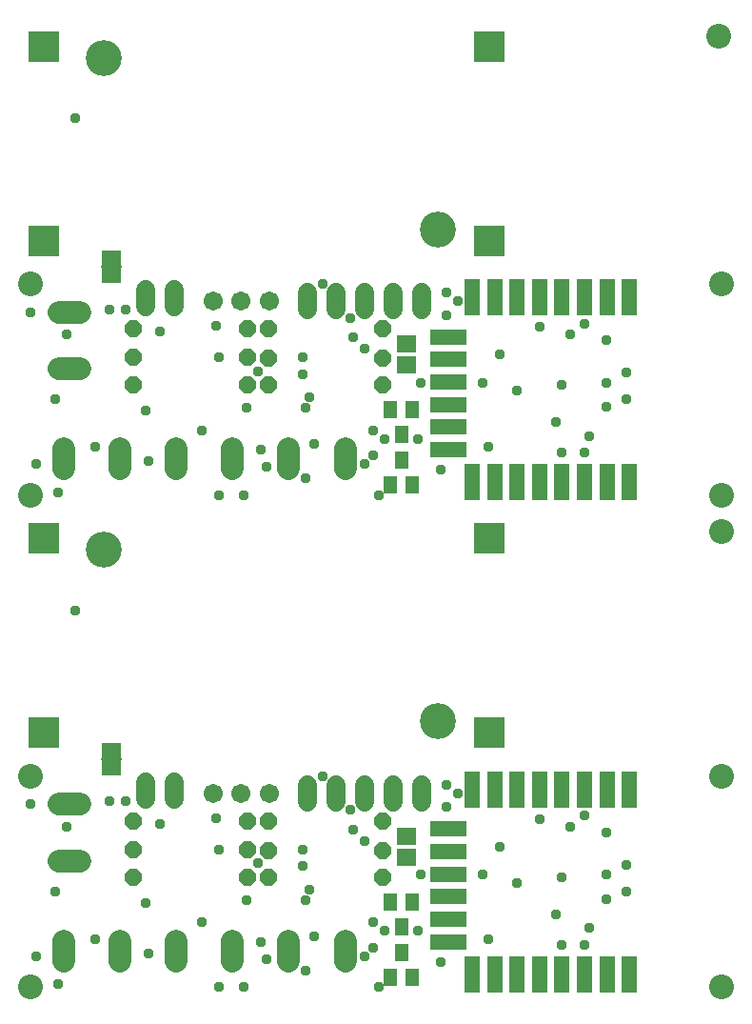
<source format=gbr>
G04 EAGLE Gerber RS-274X export*
G75*
%MOMM*%
%FSLAX34Y34*%
%LPD*%
%INSoldermask Top*%
%IPPOS*%
%AMOC8*
5,1,8,0,0,1.08239X$1,22.5*%
G01*
%ADD10C,2.203200*%
%ADD11R,1.703200X1.503200*%
%ADD12C,1.727200*%
%ADD13P,1.649562X8X22.500000*%
%ADD14P,1.649562X8X202.500000*%
%ADD15R,1.203200X1.603200*%
%ADD16R,1.403200X3.203200*%
%ADD17R,3.203200X1.403200*%
%ADD18C,1.711200*%
%ADD19C,1.993900*%
%ADD20R,2.703200X2.703200*%
%ADD21C,3.203200*%
%ADD22R,1.803400X1.371600*%
%ADD23R,1.828800X0.152400*%
%ADD24C,0.959600*%


D10*
X17500Y202500D03*
X632500Y202500D03*
X632500Y15000D03*
X17500Y15000D03*
X17500Y640000D03*
X632500Y640000D03*
X632500Y452500D03*
X17500Y452500D03*
X632500Y420000D03*
X630000Y860000D03*
D11*
X352500Y130500D03*
X352500Y149500D03*
D12*
X119800Y182380D02*
X119800Y197620D01*
X145200Y197620D02*
X145200Y182380D01*
X264200Y179880D02*
X264200Y195120D01*
X289600Y195120D02*
X289600Y179880D01*
X315000Y179880D02*
X315000Y195120D01*
X340400Y195120D02*
X340400Y179880D01*
X365800Y179880D02*
X365800Y195120D01*
D13*
X229200Y112500D03*
X330800Y112500D03*
X109200Y162500D03*
X210800Y162500D03*
D14*
X210800Y137500D03*
X109200Y137500D03*
X330800Y162500D03*
X229200Y162500D03*
X330800Y136250D03*
X229200Y136250D03*
D15*
X347500Y46000D03*
X357000Y24000D03*
X338000Y24000D03*
D16*
X550500Y190500D03*
X530500Y190500D03*
X510500Y190500D03*
X490500Y190500D03*
X470500Y190500D03*
X450500Y190500D03*
X430500Y190500D03*
X410500Y190500D03*
X550500Y26500D03*
X530500Y26500D03*
X490500Y26500D03*
X510500Y26500D03*
X470500Y26500D03*
X450500Y26500D03*
X430500Y26500D03*
X410500Y26500D03*
D17*
X389500Y75500D03*
X389500Y95500D03*
X389500Y115500D03*
X389500Y135500D03*
X389500Y155500D03*
X389500Y55500D03*
D18*
X180000Y187500D03*
X205000Y187500D03*
X230000Y187500D03*
D15*
X347500Y69000D03*
X338000Y91000D03*
X357000Y91000D03*
D13*
X109200Y112500D03*
X210800Y112500D03*
D19*
X47500Y56054D02*
X47500Y38147D01*
X97500Y38147D02*
X97500Y56054D01*
X147500Y56054D02*
X147500Y38147D01*
X197500Y38147D02*
X197500Y56054D01*
X247500Y56054D02*
X247500Y38147D01*
X297500Y38147D02*
X297500Y56054D01*
X61254Y177500D02*
X43347Y177500D01*
X43347Y127500D02*
X61254Y127500D01*
D20*
X29380Y413860D03*
X29380Y241140D03*
X425620Y241140D03*
X425620Y413860D03*
D21*
X82720Y403700D03*
X379900Y251300D03*
D22*
X90000Y225120D03*
X90000Y209880D03*
D23*
X90000Y217500D03*
D11*
X352500Y568000D03*
X352500Y587000D03*
D12*
X119800Y619880D02*
X119800Y635120D01*
X145200Y635120D02*
X145200Y619880D01*
X264200Y617380D02*
X264200Y632620D01*
X289600Y632620D02*
X289600Y617380D01*
X315000Y617380D02*
X315000Y632620D01*
X340400Y632620D02*
X340400Y617380D01*
X365800Y617380D02*
X365800Y632620D01*
D13*
X229200Y550000D03*
X330800Y550000D03*
X109200Y600000D03*
X210800Y600000D03*
D14*
X210800Y575000D03*
X109200Y575000D03*
X330800Y600000D03*
X229200Y600000D03*
X330800Y573750D03*
X229200Y573750D03*
D15*
X347500Y483500D03*
X357000Y461500D03*
X338000Y461500D03*
D16*
X550500Y628000D03*
X530500Y628000D03*
X510500Y628000D03*
X490500Y628000D03*
X470500Y628000D03*
X450500Y628000D03*
X430500Y628000D03*
X410500Y628000D03*
X550500Y464000D03*
X530500Y464000D03*
X490500Y464000D03*
X510500Y464000D03*
X470500Y464000D03*
X450500Y464000D03*
X430500Y464000D03*
X410500Y464000D03*
D17*
X389500Y513000D03*
X389500Y533000D03*
X389500Y553000D03*
X389500Y573000D03*
X389500Y593000D03*
X389500Y493000D03*
D18*
X180000Y625000D03*
X205000Y625000D03*
X230000Y625000D03*
D15*
X347500Y506500D03*
X338000Y528500D03*
X357000Y528500D03*
D13*
X109200Y550000D03*
X210800Y550000D03*
D19*
X47500Y493554D02*
X47500Y475647D01*
X97500Y475647D02*
X97500Y493554D01*
X147500Y493554D02*
X147500Y475647D01*
X197500Y475647D02*
X197500Y493554D01*
X247500Y493554D02*
X247500Y475647D01*
X297500Y475647D02*
X297500Y493554D01*
X61254Y615000D02*
X43347Y615000D01*
X43347Y565000D02*
X61254Y565000D01*
D20*
X29380Y851360D03*
X29380Y678640D03*
X425620Y678640D03*
X425620Y851360D03*
D21*
X82720Y841200D03*
X379900Y688800D03*
D22*
X90000Y662620D03*
X90000Y647380D03*
D23*
X90000Y655000D03*
D24*
X547500Y123750D03*
X362500Y65000D03*
X332500Y65000D03*
X102500Y180000D03*
X87500Y180000D03*
X22500Y42500D03*
X42500Y17500D03*
X40000Y100000D03*
X50000Y157500D03*
X120000Y90000D03*
X170000Y72500D03*
X222500Y55000D03*
X227500Y40000D03*
X270000Y60000D03*
X262500Y30000D03*
X382500Y37500D03*
X425000Y57500D03*
X485000Y80000D03*
X515000Y67500D03*
X530000Y115000D03*
X490000Y112500D03*
X387500Y175000D03*
X387500Y195000D03*
X260000Y137500D03*
X132500Y160000D03*
X260000Y122500D03*
X210000Y92500D03*
X182500Y165000D03*
X322500Y72500D03*
X315000Y145000D03*
X17500Y177500D03*
X302500Y172500D03*
X315000Y42500D03*
X220000Y125000D03*
X207500Y15000D03*
X185000Y15000D03*
X75000Y57500D03*
X122500Y45000D03*
X277500Y202500D03*
X365000Y115000D03*
X420000Y115000D03*
X510000Y167500D03*
X305000Y155000D03*
X397500Y187500D03*
X266006Y101846D03*
X547500Y100000D03*
X262500Y92500D03*
X530000Y93194D03*
X470500Y164306D03*
X450000Y107500D03*
X510000Y52500D03*
X327500Y15000D03*
X490000Y52500D03*
X185000Y137500D03*
X322687Y50187D03*
X435000Y140000D03*
X530000Y152500D03*
X497500Y157500D03*
X57500Y350000D03*
X547500Y561250D03*
X362500Y502500D03*
X332500Y502500D03*
X102500Y617500D03*
X87500Y617500D03*
X22500Y480000D03*
X42500Y455000D03*
X40000Y537500D03*
X50000Y595000D03*
X120000Y527500D03*
X170000Y510000D03*
X222500Y492500D03*
X227500Y477500D03*
X270000Y497500D03*
X262500Y467500D03*
X382500Y475000D03*
X425000Y495000D03*
X485000Y517500D03*
X515000Y505000D03*
X530000Y552500D03*
X490000Y550000D03*
X387500Y612500D03*
X387500Y632500D03*
X260000Y575000D03*
X132500Y597500D03*
X260000Y560000D03*
X210000Y530000D03*
X182500Y602500D03*
X322500Y510000D03*
X315000Y582500D03*
X17500Y615000D03*
X302500Y610000D03*
X315000Y480000D03*
X220000Y562500D03*
X207500Y452500D03*
X185000Y452500D03*
X75000Y495000D03*
X122500Y482500D03*
X277500Y640000D03*
X365000Y552500D03*
X420000Y552500D03*
X510000Y605000D03*
X305000Y592500D03*
X397500Y625000D03*
X266006Y539346D03*
X547500Y537500D03*
X262500Y530000D03*
X530000Y530694D03*
X470500Y601806D03*
X450000Y545000D03*
X510000Y490000D03*
X327500Y452500D03*
X490000Y490000D03*
X185000Y575000D03*
X322687Y487687D03*
X435000Y577500D03*
X530000Y590000D03*
X497500Y595000D03*
X57500Y787500D03*
M02*

</source>
